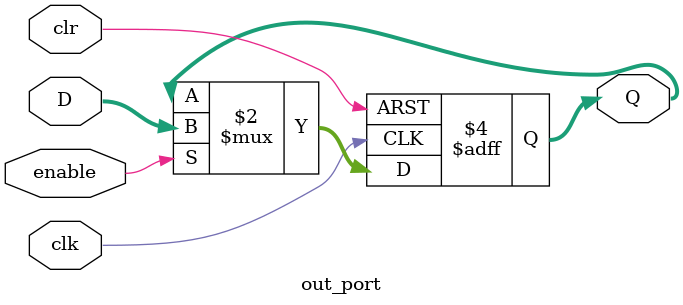
<source format=v>
module out_port(
    input  wire        clr,      // Asynchronous reset
    input  wire        clk,      // Clock
    input  wire        enable,   // Load enable from control or testbench
    input  wire [31:0] D,        // Data input (from internal bus)
    output reg [31:0] Q          // Data output to external device
);

    always @(posedge clk or posedge clr) begin
        if (clr) begin
            Q <= 32'b0;
        end
        else if (enable) begin
            Q <= D;
        end
    end

endmodule

</source>
